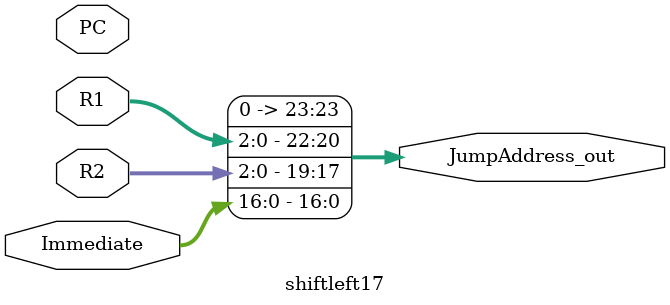
<source format=v>
`timescale 1ns / 1ns

module shiftleft17(
	input [3:0] PC,
	input [2:0] R1, R2,
	input [16:0] Immediate,
	output [23:0] JumpAddress_out
);

	assign JumpAddress_out = {PC, 2'd0, R1, R2, Immediate};

endmodule

</source>
